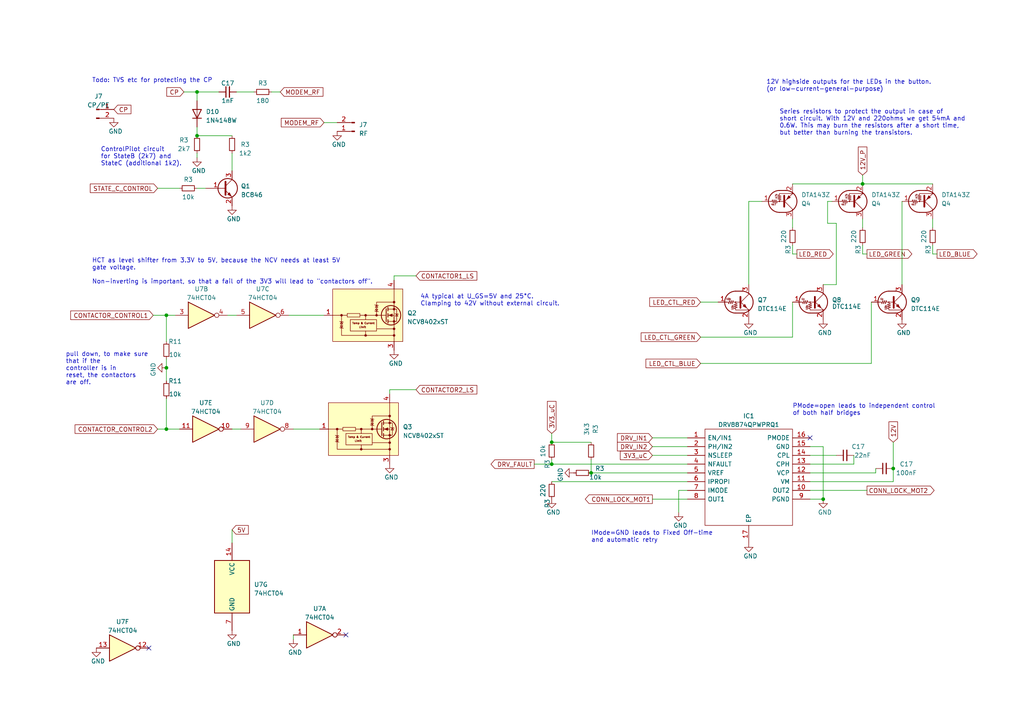
<source format=kicad_sch>
(kicad_sch (version 20230121) (generator eeschema)
  (paper "A4")
  (lib_symbols
    (symbol "74xx:74HCT04"
      (property "Reference" "U" (at 0 1.27 0))
      (property "Value" "74HCT04" (at 0 -1.27 0))
      (symbol "74HCT04_1_0"
        (polyline (pts (xy -3.81 3.81) (xy -3.81 -3.81) (xy 3.81 0) (xy -3.81 3.81)) (stroke (width 0.254)) (fill (type background)))
        (pin input line (at -7.62 0 0) (length 3.81) (name "~") (number "1"))
        (pin output inverted (at 7.62 0 180) (length 3.81) (name "~") (number "2"))
      )
      (symbol "74HCT04_2_0"
        (polyline (pts (xy -3.81 3.81) (xy -3.81 -3.81) (xy 3.81 0) (xy -3.81 3.81)) (stroke (width 0.254)) (fill (type background)))
        (pin input line (at -7.62 0 0) (length 3.81) (name "~") (number "3"))
        (pin output inverted (at 7.62 0 180) (length 3.81) (name "~") (number "4"))
      )
      (symbol "74HCT04_3_0"
        (polyline (pts (xy -3.81 3.81) (xy -3.81 -3.81) (xy 3.81 0) (xy -3.81 3.81)) (stroke (width 0.254)) (fill (type background)))
        (pin input line (at -7.62 0 0) (length 3.81) (name "~") (number "5"))
        (pin output inverted (at 7.62 0 180) (length 3.81) (name "~") (number "6"))
      )
      (symbol "74HCT04_4_0"
        (polyline (pts (xy -3.81 3.81) (xy -3.81 -3.81) (xy 3.81 0) (xy -3.81 3.81)) (stroke (width 0.254)) (fill (type background)))
        (pin output inverted (at 7.62 0 180) (length 3.81) (name "~") (number "8"))
        (pin input line (at -7.62 0 0) (length 3.81) (name "~") (number "9"))
      )
      (symbol "74HCT04_5_0"
        (polyline (pts (xy -3.81 3.81) (xy -3.81 -3.81) (xy 3.81 0) (xy -3.81 3.81)) (stroke (width 0.254)) (fill (type background)))
        (pin output inverted (at 7.62 0 180) (length 3.81) (name "~") (number "10"))
        (pin input line (at -7.62 0 0) (length 3.81) (name "~") (number "11"))
      )
      (symbol "74HCT04_6_0"
        (polyline (pts (xy -3.81 3.81) (xy -3.81 -3.81) (xy 3.81 0) (xy -3.81 3.81)) (stroke (width 0.254)) (fill (type background)))
        (pin output inverted (at 7.62 0 180) (length 3.81) (name "~") (number "12"))
        (pin input line (at -7.62 0 0) (length 3.81) (name "~") (number "13"))
      )
      (symbol "74HCT04_7_0"
        (pin power_in line (at 0 12.7 270) (length 5.08) (name "VCC") (number "14"))
        (pin power_in line (at 0 -12.7 90) (length 5.08) (name "GND") (number "7"))
      )
      (symbol "74HCT04_7_1"
        (rectangle (start -5.08 7.62) (end 5.08 -7.62) (stroke (width 0.254)) (fill (type background)))
      )
    )
    (symbol "Connector:Conn_01x02_Pin" (pin_names (offset 1.016) hide)
      (property "Reference" "J" (at 0 2.54 0))
      (property "Value" "Conn_01x02_Pin" (at 0 -5.08 0))
      (symbol "Conn_01x02_Pin_1_1"
        (polyline (pts (xy 1.27 -2.54) (xy 0.8636 -2.54)) (stroke (width 0.1524)))
        (polyline (pts (xy 1.27 0) (xy 0.8636 0)) (stroke (width 0.1524)))
        (rectangle (start 0.8636 -2.413) (end 0 -2.667) (stroke (width 0.1524)) (fill (type outline)))
        (rectangle (start 0.8636 0.127) (end 0 -0.127) (stroke (width 0.1524)) (fill (type outline)))
        (pin passive line (at 5.08 0 180) (length 3.81) (name "Pin_1") (number "1"))
        (pin passive line (at 5.08 -2.54 180) (length 3.81) (name "Pin_2") (number "2"))
      )
    )
    (symbol "DRV8874QPWPRQ1:DRV8874QPWPRQ1" (pin_names (offset 0.762))
      (property "Reference" "IC" (at 31.75 7.62 0))
      (property "Value" "DRV8874QPWPRQ1" (at 31.75 5.08 0))
      (symbol "DRV8874QPWPRQ1_0_0"
        (pin passive line (at 0 0 0) (length 5.08) (name "EN/IN1") (number "1"))
        (pin passive line (at 35.56 -15.24 180) (length 5.08) (name "OUT2") (number "10"))
        (pin passive line (at 35.56 -12.7 180) (length 5.08) (name "VM") (number "11"))
        (pin passive line (at 35.56 -10.16 180) (length 5.08) (name "VCP") (number "12"))
        (pin passive line (at 35.56 -7.62 180) (length 5.08) (name "CPH") (number "13"))
        (pin passive line (at 35.56 -5.08 180) (length 5.08) (name "CPL") (number "14"))
        (pin passive line (at 35.56 -2.54 180) (length 5.08) (name "GND") (number "15"))
        (pin passive line (at 35.56 0 180) (length 5.08) (name "PMODE") (number "16"))
        (pin passive line (at 17.78 -30.48 90) (length 5.08) (name "EP") (number "17"))
        (pin passive line (at 0 -2.54 0) (length 5.08) (name "PH/IN2") (number "2"))
        (pin passive line (at 0 -5.08 0) (length 5.08) (name "NSLEEP") (number "3"))
        (pin passive line (at 0 -7.62 0) (length 5.08) (name "NFAULT") (number "4"))
        (pin passive line (at 0 -10.16 0) (length 5.08) (name "VREF") (number "5"))
        (pin passive line (at 0 -12.7 0) (length 5.08) (name "IPROPI") (number "6"))
        (pin passive line (at 0 -15.24 0) (length 5.08) (name "IMODE") (number "7"))
        (pin passive line (at 0 -17.78 0) (length 5.08) (name "OUT1") (number "8"))
        (pin passive line (at 35.56 -17.78 180) (length 5.08) (name "PGND") (number "9"))
      )
      (symbol "DRV8874QPWPRQ1_0_1"
        (polyline (pts (xy 5.08 2.54) (xy 30.48 2.54) (xy 30.48 -25.4) (xy 5.08 -25.4) (xy 5.08 2.54)) (stroke (width 0.1524)))
      )
    )
    (symbol "Device:C_Small" (pin_numbers hide) (pin_names (offset 0.254) hide)
      (property "Reference" "C" (at 0.254 1.778 0))
      (property "Value" "100nF" (at 0.254 -2.032 0))
      (symbol "C_Small_0_1"
        (polyline (pts (xy -1.524 -0.508) (xy 1.524 -0.508)) (stroke (width 0.3302)))
        (polyline (pts (xy -1.524 0.508) (xy 1.524 0.508)) (stroke (width 0.3048)))
      )
      (symbol "C_Small_1_1"
        (pin passive line (at 0 2.54 270) (length 2.032) (name "~") (number "1"))
        (pin passive line (at 0 -2.54 90) (length 2.032) (name "~") (number "2"))
      )
    )
    (symbol "Device:R_Small" (pin_numbers hide) (pin_names (offset 0.254) hide)
      (property "Reference" "R" (at 0.762 0.508 0))
      (property "Value" "R_Small" (at 0.762 -1.016 0))
      (symbol "R_Small_0_1"
        (rectangle (start -0.762 1.778) (end 0.762 -1.778) (stroke (width 0.2032)))
      )
      (symbol "R_Small_1_1"
        (pin passive line (at 0 2.54 270) (length 0.762) (name "~") (number "1"))
        (pin passive line (at 0 -2.54 90) (length 0.762) (name "~") (number "2"))
      )
    )
    (symbol "Diode:1N4148W" (pin_numbers hide) (pin_names hide)
      (property "Reference" "D" (at 0 2.54 0))
      (property "Value" "1N4148W" (at 0 -2.54 0))
      (symbol "1N4148W_0_1"
        (polyline (pts (xy -1.27 1.27) (xy -1.27 -1.27)) (stroke (width 0.254)))
        (polyline (pts (xy 1.27 0) (xy -1.27 0)))
        (polyline (pts (xy 1.27 1.27) (xy 1.27 -1.27) (xy -1.27 0) (xy 1.27 1.27)) (stroke (width 0.254)))
      )
      (symbol "1N4148W_1_1"
        (pin passive line (at -3.81 0 0) (length 2.54) (name "K") (number "1"))
        (pin passive line (at 3.81 0 180) (length 2.54) (name "A") (number "2"))
      )
    )
    (symbol "Driver_FET:NCV8402xST" (pin_names (offset 0) hide)
      (property "Reference" "Q" (at 5.08 8.89 0))
      (property "Value" "NCV8402xST" (at -11.43 8.89 0))
      (symbol "NCV8402xST_0_0"
        (rectangle (start -10.16 7.62) (end 10.16 -7.62) (fill (type background)))
        (rectangle (start -5.969 0.508) (end -2.286 -0.508))
        (polyline (pts (xy 7.62 2.54) (xy 7.62 -7.62)))
        (polyline (pts (xy 7.62 2.54) (xy 7.62 7.62)))
        (polyline (pts (xy -0.635 -1.27) (xy -0.635 -0.635) (xy -0.635 0)))
        (polyline (pts (xy 2.54 0) (xy -2.286 0) (xy -0.889 0)))
        (polyline (pts (xy 2.54 0) (xy 2.54 3.81) (xy 7.62 3.81)))
        (polyline (pts (xy 7.62 -5.842) (xy -0.635 -5.842) (xy -0.635 -4.572)))
        (polyline (pts (xy -0.635 -5.842) (xy -7.62 -5.842) (xy -7.62 0) (xy -6.096 0)))
        (text "Limit" (at -1.524 -3.429 0) (effects (font (size 0.5334 0.5334))))
        (text "Temp & Current" (at -1.27 -2.286 0) (effects (font (size 0.5334 0.5334))))
      )
      (symbol "NCV8402xST_0_1"
        (rectangle (start -5.08 -1.27) (end 2.54 -4.572))
        (polyline (pts (xy -7.62 0) (xy -10.16 0)))
        (polyline (pts (xy 7.62 -3.937) (xy 2.667 -3.937)))
      )
      (symbol "NCV8402xST_1_1"
        (circle (center -7.62 0) (radius 0.2794) (fill (type outline)))
        (circle (center -0.635 -5.842) (radius 0.2794) (fill (type outline)))
        (circle (center -0.635 0) (radius 0.2794) (fill (type outline)))
        (polyline (pts (xy 2.54 0) (xy 5.334 0)))
        (polyline (pts (xy 5.842 -1.778) (xy 7.62 -1.778)))
        (polyline (pts (xy 5.842 -1.27) (xy 5.842 -2.286)) (stroke (width 0.254)))
        (polyline (pts (xy 5.842 0) (xy 7.62 0)))
        (polyline (pts (xy 5.842 0.508) (xy 5.842 -0.508)) (stroke (width 0.254)))
        (polyline (pts (xy 5.842 1.778) (xy 7.62 1.778)))
        (polyline (pts (xy 5.842 2.286) (xy 5.842 1.27)) (stroke (width 0.254)))
        (polyline (pts (xy 7.62 -1.778) (xy 7.62 -2.54)))
        (polyline (pts (xy 7.62 -1.778) (xy 7.62 0)))
        (polyline (pts (xy 7.62 2.54) (xy 7.62 1.778)))
        (polyline (pts (xy 5.334 1.905) (xy 5.334 -1.905) (xy 5.334 -1.905)) (stroke (width 0.254)))
        (polyline (pts (xy -8.128 -1.778) (xy -8.001 -1.905) (xy -7.239 -1.905) (xy -7.112 -2.032)))
        (polyline (pts (xy -7.62 -3.683) (xy -7.239 -3.048) (xy -8.001 -3.048) (xy -7.62 -3.683)))
        (polyline (pts (xy -7.62 -1.905) (xy -8.001 -2.54) (xy -7.239 -2.54) (xy -7.62 -1.905)))
        (polyline (pts (xy -7.112 -3.81) (xy -7.239 -3.683) (xy -8.001 -3.683) (xy -8.128 -3.556)))
        (polyline (pts (xy 2.032 3.048) (xy 2.159 2.921) (xy 2.921 2.921) (xy 3.048 2.794)))
        (polyline (pts (xy 2.54 1.143) (xy 2.921 1.778) (xy 2.159 1.778) (xy 2.54 1.143)))
        (polyline (pts (xy 2.54 2.921) (xy 2.159 2.286) (xy 2.921 2.286) (xy 2.54 2.921)))
        (polyline (pts (xy 3.048 1.016) (xy 2.921 1.143) (xy 2.159 1.143) (xy 2.032 1.27)))
        (polyline (pts (xy 6.096 0) (xy 7.112 0.381) (xy 7.112 -0.381) (xy 6.096 0)) (fill (type outline)))
        (polyline (pts (xy 7.62 -1.778) (xy 8.382 -1.778) (xy 8.382 1.778) (xy 7.62 1.778)))
        (polyline (pts (xy 7.874 0.508) (xy 8.001 0.381) (xy 8.763 0.381) (xy 8.89 0.254)))
        (polyline (pts (xy 8.382 0.381) (xy 8.001 -0.254) (xy 8.763 -0.254) (xy 8.382 0.381)))
        (circle (center 2.54 0) (radius 0.2794) (fill (type outline)))
        (circle (center 6.731 0) (radius 2.8194) (stroke (width 0.254)))
        (circle (center 7.62 -5.842) (radius 0.2794) (fill (type outline)))
        (circle (center 7.62 -3.937) (radius 0.2794) (fill (type outline)))
        (circle (center 7.62 -1.778) (radius 0.2794) (fill (type outline)))
        (circle (center 7.62 1.778) (radius 0.2794) (fill (type outline)))
        (circle (center 7.62 3.81) (radius 0.2794) (fill (type outline)))
        (pin input line (at -12.7 0 0) (length 2.54) (name "G") (number "1"))
        (pin passive line (at 7.62 10.16 270) (length 2.54) hide (name "D") (number "2"))
        (pin passive line (at 7.62 -10.16 90) (length 2.54) (name "S") (number "3"))
        (pin passive line (at 7.62 10.16 270) (length 2.54) (name "D") (number "4"))
      )
    )
    (symbol "Transistor_BJT:BC846" (pin_names (offset 0) hide)
      (property "Reference" "Q" (at 5.08 1.905 0))
      (property "Value" "BC846" (at 5.08 0 0))
      (symbol "BC846_0_1"
        (polyline (pts (xy 0.635 0.635) (xy 2.54 2.54)))
        (polyline (pts (xy 0.635 -0.635) (xy 2.54 -2.54) (xy 2.54 -2.54)))
        (polyline (pts (xy 0.635 1.905) (xy 0.635 -1.905) (xy 0.635 -1.905)) (stroke (width 0.508)))
        (polyline (pts (xy 1.27 -1.778) (xy 1.778 -1.27) (xy 2.286 -2.286) (xy 1.27 -1.778) (xy 1.27 -1.778)) (fill (type outline)))
        (circle (center 1.27 0) (radius 2.8194) (stroke (width 0.254)))
      )
      (symbol "BC846_1_1"
        (pin input line (at -5.08 0 0) (length 5.715) (name "B") (number "1"))
        (pin passive line (at 2.54 -5.08 90) (length 2.54) (name "E") (number "2"))
        (pin passive line (at 2.54 5.08 270) (length 2.54) (name "C") (number "3"))
      )
    )
    (symbol "Transistor_BJT:DTA143Z" (pin_names (offset 0) hide)
      (property "Reference" "Q" (at 5.08 1.905 0))
      (property "Value" "DTA143Z" (at 5.08 0 0))
      (symbol "DTA143Z_0_0"
        (text "47k" (at -2.159 -1.524 900) (effects (font (size 0.508 0.508))))
        (text "4k7" (at -2.921 0.889 0) (effects (font (size 0.508 0.508))))
      )
      (symbol "DTA143Z_0_1"
        (circle (center -1.27 0) (radius 0.127))
        (arc (start -1.27 3.175) (mid -4.4312 0) (end -1.27 -3.175) (stroke (width 0.254)))
        (polyline (pts (xy -3.429 0) (xy -3.81 0)))
        (polyline (pts (xy -1.27 -3.175) (xy 0.635 -3.175)) (stroke (width 0.254)))
        (polyline (pts (xy -1.27 3.175) (xy 0.635 3.175)) (stroke (width 0.254)))
        (polyline (pts (xy 0 -0.254) (xy 2.54 2.286)))
        (polyline (pts (xy 0.127 1.524) (xy 0.127 -1.651)) (stroke (width 0.508)) (fill (type outline)))
        (polyline (pts (xy 2.54 2.286) (xy 2.54 2.54)))
        (polyline (pts (xy 2.54 -2.286) (xy 0 0.254) (xy 0 0.254)))
        (polyline (pts (xy 1.397 -1.651) (xy 1.905 -1.143) (xy 0.889 -0.635) (xy 1.397 -1.651)) (fill (type outline)))
        (polyline (pts (xy 0 0) (xy -1.905 0) (xy -2.032 0.508) (xy -2.286 -0.508) (xy -2.54 0.508) (xy -2.794 -0.508) (xy -3.048 0.508) (xy -3.302 -0.508) (xy -3.429 0)))
        (polyline (pts (xy -1.27 0) (xy -1.27 -0.381) (xy -0.762 -0.508) (xy -1.778 -0.762) (xy -0.762 -1.016) (xy -1.778 -1.27) (xy -0.762 -1.524) (xy -1.778 -1.778) (xy -1.27 -1.905) (xy -1.27 -2.286) (xy 2.54 -2.286)))
        (arc (start 0.635 -3.175) (mid 3.7962 0) (end 0.635 3.175) (stroke (width 0.254)))
        (circle (center 2.54 -2.286) (radius 0.127))
      )
      (symbol "DTA143Z_1_1"
        (pin input line (at -6.35 0 0) (length 2.54) (name "B") (number "1"))
        (pin passive line (at 2.54 -5.08 90) (length 2.54) (name "E") (number "2"))
        (pin passive line (at 2.54 5.08 270) (length 2.54) (name "C") (number "3"))
      )
    )
    (symbol "Transistor_BJT:DTC113Z" (pin_names (offset 0) hide)
      (property "Reference" "Q" (at 5.08 1.905 0))
      (property "Value" "DTC113Z" (at 5.08 0 0))
      (symbol "DTC113Z_0_0"
        (text "10k" (at -2.159 -1.524 900) (effects (font (size 0.508 0.508))))
        (text "1k" (at -3.302 0.889 0) (effects (font (size 0.508 0.508))))
      )
      (symbol "DTC113Z_0_1"
        (circle (center -1.27 0) (radius 0.127))
        (arc (start -1.27 3.175) (mid -4.4312 0) (end -1.27 -3.175) (stroke (width 0.254)))
        (polyline (pts (xy -3.429 0) (xy -3.81 0)))
        (polyline (pts (xy -1.27 -3.175) (xy 0.635 -3.175)) (stroke (width 0.254)))
        (polyline (pts (xy -1.27 3.175) (xy 0.635 3.175)) (stroke (width 0.254)))
        (polyline (pts (xy 0 -0.254) (xy 2.54 2.286)))
        (polyline (pts (xy 0.127 1.524) (xy 0.127 -1.651)) (stroke (width 0.508)) (fill (type outline)))
        (polyline (pts (xy 2.54 2.286) (xy 2.54 2.54)))
        (polyline (pts (xy 2.54 -2.286) (xy 0 0.254) (xy 0 0.254)))
        (polyline (pts (xy 0.889 -1.143) (xy 1.397 -0.635) (xy 1.905 -1.651) (xy 0.889 -1.143)) (fill (type outline)))
        (polyline (pts (xy 0 0) (xy -1.905 0) (xy -2.032 0.508) (xy -2.286 -0.508) (xy -2.54 0.508) (xy -2.794 -0.508) (xy -3.048 0.508) (xy -3.302 -0.508) (xy -3.429 0)))
        (polyline (pts (xy -1.27 0) (xy -1.27 -0.381) (xy -0.762 -0.508) (xy -1.778 -0.762) (xy -0.762 -1.016) (xy -1.778 -1.27) (xy -0.762 -1.524) (xy -1.778 -1.778) (xy -1.27 -1.905) (xy -1.27 -2.286) (xy 2.54 -2.286)))
        (arc (start 0.635 -3.175) (mid 3.7962 0) (end 0.635 3.175) (stroke (width 0.254)))
        (circle (center 2.54 -2.286) (radius 0.127))
      )
      (symbol "DTC113Z_1_1"
        (pin input line (at -6.35 0 0) (length 2.54) (name "B") (number "1"))
        (pin passive line (at 2.54 -5.08 90) (length 2.54) (name "E") (number "2"))
        (pin passive line (at 2.54 5.08 270) (length 2.54) (name "C") (number "3"))
      )
    )
    (symbol "Transistor_BJT:DTC114E" (pin_names (offset 0) hide)
      (property "Reference" "Q" (at 5.08 1.905 0))
      (property "Value" "DTC114E" (at 5.08 0 0))
      (symbol "DTC114E_0_0"
        (text "10k" (at -3.302 0.889 0) (effects (font (size 0.508 0.508))))
        (text "10k" (at -2.159 -1.524 900) (effects (font (size 0.508 0.508))))
      )
      (symbol "DTC114E_0_1"
        (circle (center -1.27 0) (radius 0.127))
        (arc (start -1.27 3.175) (mid -4.4312 0) (end -1.27 -3.175) (stroke (width 0.254)))
        (polyline (pts (xy -3.429 0) (xy -3.81 0)))
        (polyline (pts (xy -1.27 -3.175) (xy 0.635 -3.175)) (stroke (width 0.254)))
        (polyline (pts (xy -1.27 3.175) (xy 0.635 3.175)) (stroke (width 0.254)))
        (polyline (pts (xy 0 -0.254) (xy 2.54 2.286)))
        (polyline (pts (xy 0.127 1.524) (xy 0.127 -1.651)) (stroke (width 0.508)) (fill (type outline)))
        (polyline (pts (xy 2.54 2.286) (xy 2.54 2.54)))
        (polyline (pts (xy 2.54 -2.286) (xy 0 0.254) (xy 0 0.254)))
        (polyline (pts (xy 0.889 -1.143) (xy 1.397 -0.635) (xy 1.905 -1.651) (xy 0.889 -1.143)) (fill (type outline)))
        (polyline (pts (xy 0 0) (xy -1.905 0) (xy -2.032 0.508) (xy -2.286 -0.508) (xy -2.54 0.508) (xy -2.794 -0.508) (xy -3.048 0.508) (xy -3.302 -0.508) (xy -3.429 0)))
        (polyline (pts (xy -1.27 0) (xy -1.27 -0.381) (xy -0.762 -0.508) (xy -1.778 -0.762) (xy -0.762 -1.016) (xy -1.778 -1.27) (xy -0.762 -1.524) (xy -1.778 -1.778) (xy -1.27 -1.905) (xy -1.27 -2.286) (xy 2.54 -2.286)))
        (arc (start 0.635 -3.175) (mid 3.7962 0) (end 0.635 3.175) (stroke (width 0.254)))
        (circle (center 2.54 -2.286) (radius 0.127))
      )
      (symbol "DTC114E_1_1"
        (pin input line (at -6.35 0 0) (length 2.54) (name "B") (number "1"))
        (pin passive line (at 2.54 -5.08 90) (length 2.54) (name "E") (number "2"))
        (pin passive line (at 2.54 5.08 270) (length 2.54) (name "C") (number "3"))
      )
    )
    (symbol "power:GND" (power) (pin_names (offset 0))
      (property "Value" "GND" (at 0 -3.81 0))
      (symbol "GND_0_1"
        (polyline (pts (xy 0 0) (xy 0 -1.27) (xy 1.27 -1.27) (xy 0 -2.54) (xy -1.27 -1.27) (xy 0 -1.27)))
      )
      (symbol "GND_1_1"
        (pin power_in line (at 0 0 270) (length 0) hide (name "GND") (number "1"))
      )
    )
  )
  (junction (at 48.26 106.68))
  (junction (at 160.02 128.27))
  (junction (at 48.26 124.46))
  (junction (at 171.45 137.16))
  (junction (at 57.15 26.67))
  (junction (at 259.08 135.89))
  (junction (at 250.19 53.34))
  (junction (at 160.02 134.62))
  (junction (at 48.26 91.44))
  (junction (at 57.15 39.37))
  (junction (at 238.76 144.78))
  (no_connect (at 100.33 184.15))
  (no_connect (at 43.18 187.96))
  (no_connect (at 234.95 127))
  (wire (pts (xy 238.76 129.54) (xy 238.76 144.78)))
  (wire (pts (xy 250.19 53.34) (xy 270.51 53.34)))
  (wire (pts (xy 259.08 139.7) (xy 259.08 135.89)))
  (wire (pts (xy 120.65 113.03) (xy 113.03 113.03)))
  (wire (pts (xy 57.15 26.67) (xy 63.5 26.67)))
  (wire (pts (xy 48.26 91.44) (xy 50.8 91.44)))
  (wire (pts (xy 189.23 132.08) (xy 199.39 132.08)))
  (wire (pts (xy 242.57 64.77) (xy 240.03 64.77)))
  (wire (pts (xy 259.08 128.27) (xy 259.08 135.89)))
  (wire (pts (xy 203.2 97.79) (xy 229.87 97.79)))
  (wire (pts (xy 171.45 133.35) (xy 171.45 137.16)))
  (wire (pts (xy 48.26 91.44) (xy 48.26 99.06)))
  (wire (pts (xy 160.02 134.62) (xy 160.02 133.35)))
  (wire (pts (xy 238.76 82.55) (xy 242.57 82.55)))
  (wire (pts (xy 57.15 45.72) (xy 57.15 44.45)))
  (wire (pts (xy 85.09 184.15) (xy 85.09 185.42)))
  (wire (pts (xy 229.87 73.66) (xy 231.14 73.66)))
  (wire (pts (xy 160.02 125.73) (xy 160.02 128.27)))
  (wire (pts (xy 240.03 58.42) (xy 241.3 58.42)))
  (wire (pts (xy 189.23 129.54) (xy 199.39 129.54)))
  (wire (pts (xy 120.65 80.01) (xy 114.3 80.01)))
  (wire (pts (xy 250.19 73.66) (xy 250.19 71.12)))
  (wire (pts (xy 160.02 139.7) (xy 199.39 139.7)))
  (wire (pts (xy 234.95 132.08) (xy 242.57 132.08)))
  (wire (pts (xy 85.09 124.46) (xy 92.71 124.46)))
  (wire (pts (xy 217.17 58.42) (xy 217.17 82.55)))
  (wire (pts (xy 234.95 134.62) (xy 247.65 134.62)))
  (wire (pts (xy 44.45 91.44) (xy 48.26 91.44)))
  (wire (pts (xy 229.87 71.12) (xy 229.87 73.66)))
  (wire (pts (xy 83.82 91.44) (xy 93.98 91.44)))
  (wire (pts (xy 250.19 50.8) (xy 250.19 53.34)))
  (wire (pts (xy 270.51 71.12) (xy 270.51 73.66)))
  (wire (pts (xy 78.74 26.67) (xy 81.28 26.67)))
  (wire (pts (xy 113.03 113.03) (xy 113.03 114.3)))
  (wire (pts (xy 234.95 137.16) (xy 254 137.16)))
  (wire (pts (xy 66.04 91.44) (xy 68.58 91.44)))
  (wire (pts (xy 68.58 26.67) (xy 73.66 26.67)))
  (wire (pts (xy 229.87 63.5) (xy 229.87 66.04)))
  (wire (pts (xy 261.62 58.42) (xy 261.62 82.55)))
  (wire (pts (xy 242.57 64.77) (xy 242.57 82.55)))
  (wire (pts (xy 154.94 134.62) (xy 160.02 134.62)))
  (wire (pts (xy 254 137.16) (xy 254 135.89)))
  (wire (pts (xy 189.23 127) (xy 199.39 127)))
  (wire (pts (xy 67.31 153.67) (xy 67.31 157.48)))
  (wire (pts (xy 234.95 142.24) (xy 251.46 142.24)))
  (wire (pts (xy 229.87 97.79) (xy 229.87 87.63)))
  (wire (pts (xy 234.95 129.54) (xy 238.76 129.54)))
  (wire (pts (xy 203.2 87.63) (xy 208.28 87.63)))
  (wire (pts (xy 67.31 124.46) (xy 69.85 124.46)))
  (wire (pts (xy 270.51 73.66) (xy 271.78 73.66)))
  (wire (pts (xy 252.73 105.41) (xy 252.73 87.63)))
  (wire (pts (xy 114.3 80.01) (xy 114.3 81.28)))
  (wire (pts (xy 48.26 104.14) (xy 48.26 106.68)))
  (wire (pts (xy 53.34 26.67) (xy 57.15 26.67)))
  (wire (pts (xy 57.15 39.37) (xy 67.31 39.37)))
  (wire (pts (xy 48.26 115.57) (xy 48.26 124.46)))
  (wire (pts (xy 57.15 36.83) (xy 57.15 39.37)))
  (wire (pts (xy 234.95 139.7) (xy 259.08 139.7)))
  (wire (pts (xy 160.02 128.27) (xy 171.45 128.27)))
  (wire (pts (xy 229.87 53.34) (xy 250.19 53.34)))
  (wire (pts (xy 220.98 58.42) (xy 217.17 58.42)))
  (wire (pts (xy 57.15 26.67) (xy 57.15 29.21)))
  (wire (pts (xy 270.51 63.5) (xy 270.51 66.04)))
  (wire (pts (xy 189.23 144.78) (xy 199.39 144.78)))
  (wire (pts (xy 199.39 134.62) (xy 160.02 134.62)))
  (wire (pts (xy 196.85 142.24) (xy 196.85 148.59)))
  (wire (pts (xy 240.03 64.77) (xy 240.03 58.42)))
  (wire (pts (xy 203.2 105.41) (xy 252.73 105.41)))
  (wire (pts (xy 250.19 63.5) (xy 250.19 66.04)))
  (wire (pts (xy 67.31 44.45) (xy 67.31 49.53)))
  (wire (pts (xy 45.72 124.46) (xy 48.26 124.46)))
  (wire (pts (xy 251.46 73.66) (xy 250.19 73.66)))
  (wire (pts (xy 93.98 35.56) (xy 97.79 35.56)))
  (wire (pts (xy 45.72 54.61) (xy 52.07 54.61)))
  (wire (pts (xy 48.26 124.46) (xy 52.07 124.46)))
  (wire (pts (xy 57.15 54.61) (xy 59.69 54.61)))
  (wire (pts (xy 171.45 137.16) (xy 199.39 137.16)))
  (wire (pts (xy 199.39 142.24) (xy 196.85 142.24)))
  (wire (pts (xy 48.26 106.68) (xy 48.26 110.49)))
  (wire (pts (xy 247.65 134.62) (xy 247.65 132.08)))
  (wire (pts (xy 234.95 144.78) (xy 238.76 144.78)))
  (text "IMode=GND leads to Fixed Off-time\nand automatic retry" (at 171.45 157.48 0) (effects (font (size 1.27 1.27)) (justify left bottom)))
  (text "HCT as level shifter from 3.3V to 5V, because the NCV needs at least 5V\ngate voltage.\n\nNon-inverting is important, so that a fail of the 3V3 will lead to \"contactors off\"." (at 26.67 82.55 0) (effects (font (size 1.27 1.27)) (justify left bottom)))
  (text "Todo: TVS etc for protecting the CP" (at 26.67 24.13 0) (effects (font (size 1.27 1.27)) (justify left bottom)))
  (text "12V highside outputs for the LEDs in the button.\n(or low-current-general-purpose)" (at 222.25 26.67 0) (effects (font (size 1.27 1.27)) (justify left bottom)))
  (text "ControlPilot circuit\nfor StateB (2k7) and\nStateC (additional 1k2)." (at 29.21 48.26 0) (effects (font (size 1.27 1.27)) (justify left bottom)))
  (text "pull down, to make sure\nthat if the\ncontroller is in \nreset, the contactors\nare off." (at 19.05 111.76 0) (effects (font (size 1.27 1.27)) (justify left bottom)))
  (text "PMode=open leads to independent control\nof both half bridges" (at 229.87 120.65 0) (effects (font (size 1.27 1.27)) (justify left bottom)))
  (text "4A typical at U_GS=5V and 25°C.\nClamping to 42V without external circuit." (at 121.92 88.9 0) (effects (font (size 1.27 1.27)) (justify left bottom)))
  (text "Series resistors to protect the output in case of\nshort circuit. With 12V and 220ohms we get 54mA and\n0.6W. This may burn the resistors after a short time,\nbut better than burning the transistors.\n" (at 226.06 39.37 0) (effects (font (size 1.27 1.27)) (justify left bottom)))
  (global_label "CONN_LOCK_MOT1" (shape output) (at 189.23 144.78 180) (property "Intersheetrefs" "${INTERSHEET_REFS}" (effects hide)))
  (global_label "5V" (shape input) (at 67.31 153.67 0) (property "Intersheetrefs" "${INTERSHEET_REFS}" (effects hide)))
  (global_label "3V3_uC" (shape input) (at 160.02 125.73 90) (property "Intersheetrefs" "${INTERSHEET_REFS}" (effects hide)))
  (global_label "3V3_uC" (shape input) (at 189.23 132.08 180) (property "Intersheetrefs" "${INTERSHEET_REFS}" (effects hide)))
  (global_label "DRV_IN2" (shape input) (at 189.23 129.54 180) (property "Intersheetrefs" "${INTERSHEET_REFS}" (effects hide)))
  (global_label "CONN_LOCK_MOT2" (shape output) (at 251.46 142.24 0) (property "Intersheetrefs" "${INTERSHEET_REFS}" (effects hide)))
  (global_label "12V_P" (shape input) (at 250.19 50.8 90) (property "Intersheetrefs" "${INTERSHEET_REFS}" (effects hide)))
  (global_label "LED_CTL_BLUE" (shape input) (at 203.2 105.41 180) (property "Intersheetrefs" "${INTERSHEET_REFS}" (effects hide)))
  (global_label "CONTACTOR2_LS" (shape input) (at 120.65 113.03 0) (property "Intersheetrefs" "${INTERSHEET_REFS}" (effects hide)))
  (global_label "LED_CTL_GREEN" (shape input) (at 203.2 97.79 180) (property "Intersheetrefs" "${INTERSHEET_REFS}" (effects hide)))
  (global_label "DRV_IN1" (shape input) (at 189.23 127 180) (property "Intersheetrefs" "${INTERSHEET_REFS}" (effects hide)))
  (global_label "LED_RED" (shape output) (at 231.14 73.66 0) (property "Intersheetrefs" "${INTERSHEET_REFS}" (effects hide)))
  (global_label "CONTACTOR_CONTROL2" (shape input) (at 45.72 124.46 180) (property "Intersheetrefs" "${INTERSHEET_REFS}" (effects hide)))
  (global_label "CONTACTOR_CONTROL1" (shape input) (at 44.45 91.44 180) (property "Intersheetrefs" "${INTERSHEET_REFS}" (effects hide)))
  (global_label "LED_BLUE" (shape output) (at 271.78 73.66 0) (property "Intersheetrefs" "${INTERSHEET_REFS}" (effects hide)))
  (global_label "CP" (shape input) (at 33.02 31.75 0) (property "Intersheetrefs" "${INTERSHEET_REFS}" (effects hide)))
  (global_label "CONTACTOR1_LS" (shape input) (at 120.65 80.01 0) (property "Intersheetrefs" "${INTERSHEET_REFS}" (effects hide)))
  (global_label "STATE_C_CONTROL" (shape input) (at 45.72 54.61 180) (property "Intersheetrefs" "${INTERSHEET_REFS}" (effects hide)))
  (global_label "DRV_FAULT" (shape output) (at 154.94 134.62 180) (property "Intersheetrefs" "${INTERSHEET_REFS}" (effects hide)))
  (global_label "MODEM_RF" (shape input) (at 81.28 26.67 0) (property "Intersheetrefs" "${INTERSHEET_REFS}" (effects hide)))
  (global_label "12V" (shape input) (at 259.08 128.27 90) (property "Intersheetrefs" "${INTERSHEET_REFS}" (effects hide)))
  (global_label "CP" (shape input) (at 53.34 26.67 180) (property "Intersheetrefs" "${INTERSHEET_REFS}" (effects hide)))
  (global_label "MODEM_RF" (shape input) (at 93.98 35.56 180) (property "Intersheetrefs" "${INTERSHEET_REFS}" (effects hide)))
  (global_label "LED_GREEN" (shape output) (at 251.46 73.66 0) (property "Intersheetrefs" "${INTERSHEET_REFS}" (effects hide)))
  (global_label "LED_CTL_RED" (shape input) (at 203.2 87.63 180) (property "Intersheetrefs" "${INTERSHEET_REFS}" (effects hide)))
  (symbol (lib_id "74xx:74HCT04") (at 77.47 124.46 0) (unit 4)
    (property "Reference" "U7" (at 77.47 116.84 0))
    (property "Value" "74HCT04" (at 77.47 119.38 0))
    (property "Footprint" "Package_SO:SO-14_3.9x8.65mm_P1.27mm" (effects hide))
    (property "Datasheet" "https://assets.nexperia.com/documents/data-sheet/74HC_HCT04.pdf" (effects hide))
  )
  (symbol (lib_id "Connector:Conn_01x02_Pin") (at 102.87 38.1 180) (unit 1)
    (property "Reference" "J7" (at 104.14 36.195 0) (effects (justify right)))
    (property "Value" "RF" (at 104.14 38.735 0) (effects (justify right)))
    (property "Footprint" "Connector_PinHeader_2.54mm:PinHeader_1x02_P2.54mm_Vertical" (effects hide))
  )
  (symbol (lib_id "power:GND") (at 97.79 38.1 0) (unit 1)
    (property "Reference" "#PWR048" (effects hide))
    (property "Value" "GND" (at 100.33 41.91 0) (effects (justify right)))
    (instances (project "qca7000" (path "" (reference "#PWR048") (unit 1)) (path "" (reference "#PWR075") (unit 1)) (path "" (reference "#PWR074") (unit 1))))
  )
  (symbol (lib_id "74xx:74HCT04") (at 92.71 184.15 0) (unit 1)
    (property "Reference" "U7" (at 92.71 176.53 0))
    (property "Value" "74HCT04" (at 92.71 179.07 0))
    (property "Footprint" "Package_SO:SO-14_3.9x8.65mm_P1.27mm" (effects hide))
    (property "Datasheet" "https://assets.nexperia.com/documents/data-sheet/74HC_HCT04.pdf" (effects hide))
  )
  (symbol (lib_id "power:GND") (at 238.76 144.78 0) (unit 1)
    (property "Reference" "#PWR048" (effects hide))
    (property "Value" "GND" (at 241.3 148.59 0) (effects (justify right)))
    (instances (project "qca7000" (path "" (reference "#PWR048") (unit 1)) (path "" (reference "#PWR069") (unit 1)) (path "" (reference "#PWR059") (unit 1))))
  )
  (symbol (lib_id "74xx:74HCT04") (at 67.31 170.18 0) (unit 7)
    (property "Reference" "U7" (at 73.66 169.545 0) (effects (justify left)))
    (property "Value" "74HCT04" (at 73.66 172.085 0) (effects (justify left)))
    (property "Footprint" "Package_SO:SO-14_3.9x8.65mm_P1.27mm" (effects hide))
    (property "Datasheet" "https://assets.nexperia.com/documents/data-sheet/74HC_HCT04.pdf" (effects hide))
  )
  (symbol (lib_id "power:GND") (at 85.09 185.42 0) (unit 1)
    (property "Reference" "#PWR048" (effects hide))
    (property "Value" "GND" (at 87.63 189.23 0) (effects (justify right)))
    (instances (project "qca7000" (path "" (reference "#PWR048") (unit 1)) (path "" (reference "#PWR069") (unit 1)) (path "" (reference "#PWR080") (unit 1))))
  )
  (symbol (lib_id "Transistor_BJT:DTC114E") (at 214.63 87.63 0) (unit 1)
    (property "Reference" "Q7" (at 219.71 86.995 0) (effects (justify left)))
    (property "Value" "DTC114E" (at 219.71 89.535 0) (effects (justify left)))
    (property "Footprint" "Package_TO_SOT_SMD:SOT-23" (effects hide))
  )
  (symbol (lib_id "Device:R_Small") (at 67.31 41.91 180) (unit 1)
    (property "Reference" "R3" (at 71.12 41.91 0))
    (property "Value" "1k2" (at 71.12 44.45 0))
    (property "Footprint" "Resistor_SMD:R_1206_3216Metric_Pad1.30x1.75mm_HandSolder" (effects hide))
    (property "Datasheet" "https://datasheet.lcsc.com/lcsc/1811101920_UNI-ROYAL-Uniroyal-Elec-0603WAF3301T5E_C22978.pdf" (effects hide))
    (property "LCSC" "C22978" (effects hide))
    (instances (project "qca7000" (path "" (reference "R3") (unit 1)) (path "" (reference "R22") (unit 1)) (path "" (reference "R27") (unit 1))))
  )
  (symbol (lib_id "74xx:74HCT04") (at 35.56 187.96 0) (unit 6)
    (property "Reference" "U7" (at 35.56 180.34 0))
    (property "Value" "74HCT04" (at 35.56 182.88 0))
    (property "Footprint" "Package_SO:SO-14_3.9x8.65mm_P1.27mm" (effects hide))
    (property "Datasheet" "https://assets.nexperia.com/documents/data-sheet/74HC_HCT04.pdf" (effects hide))
  )
  (symbol (lib_id "Device:R_Small") (at 57.15 41.91 180) (unit 1)
    (property "Reference" "R3" (at 53.34 40.64 0))
    (property "Value" "2k7" (at 53.34 43.18 0))
    (property "Footprint" "Resistor_SMD:R_1206_3216Metric_Pad1.30x1.75mm_HandSolder" (effects hide))
    (property "Datasheet" "https://datasheet.lcsc.com/lcsc/1811101920_UNI-ROYAL-Uniroyal-Elec-0603WAF3301T5E_C22978.pdf" (effects hide))
    (property "LCSC" "C22978" (effects hide))
    (instances (project "qca7000" (path "" (reference "R3") (unit 1)) (path "" (reference "R21") (unit 1)) (path "" (reference "R26") (unit 1))))
  )
  (symbol (lib_id "DRV8874QPWPRQ1:DRV8874QPWPRQ1") (at 199.39 127 0) (unit 1)
    (property "Reference" "IC1" (at 217.17 120.65 0))
    (property "Value" "DRV8874QPWPRQ1" (at 217.17 123.19 0))
    (property "Footprint" "SOP65P640X120-17N" (effects hide))
    (property "Datasheet" "https://www.ti.com/lit/gpn/drv8874-q1?HQS=ti-null-null-sf-df-pf-sep-wwe&DCM=yes" (effects hide))
    (property "Description" "Motor Drives Automotive 38-V, 6-A, H-bridge motor driver with integrated current sensing & current sense feedback" (effects hide))
    (property "Height" "1.2" (effects hide))
    (property "Mouser Part Number" "595-DRV8874QPWPRQ1" (effects hide))
    (property "Mouser Price/Stock" "https://www.mouser.co.uk/ProductDetail/Texas-Instruments/DRV8874QPWPRQ1?qs=mAH9sUMRCttZUT1myh3Itg%3D%3D" (effects hide))
    (property "Manufacturer_Name" "Texas Instruments" (effects hide))
    (property "Manufacturer_Part_Number" "DRV8874QPWPRQ1" (effects hide))
  )
  (symbol (lib_id "Device:C_Small") (at 66.04 26.67 90) (unit 1)
    (property "Reference" "C17" (at 66.04 24.13 90))
    (property "Value" "1nF" (at 66.04 29.21 90))
    (property "Footprint" "Capacitor_SMD:C_0805_2012Metric_Pad1.18x1.45mm_HandSolder" (effects hide))
    (property "Datasheet" "https://datasheet.lcsc.com/lcsc/1811061822_FH-Guangdong-Fenghua-Advanced-Tech-0603CG6R8C500NT_C1679.pdf" (effects hide))
    (property "LCSC" "C1679" (effects hide))
    (instances (project "qca7000" (path "" (reference "C17") (unit 1)) (path "" (reference "C76") (unit 1)) (path "" (reference "C76") (unit 1))))
  )
  (symbol (lib_id "Device:R_Small") (at 48.26 113.03 0) (unit 1)
    (property "Reference" "R11" (at 50.8 110.49 0))
    (property "Value" "10k" (at 50.8 114.3 0))
    (property "Footprint" "Resistor_SMD:R_1206_3216Metric_Pad1.30x1.75mm_HandSolder" (effects hide))
    (property "LCSC" "C25804" (effects hide))
    (instances (project "qca7000" (path "" (reference "R11") (unit 1)) (path "" (reference "R11") (unit 1)) (path "" (reference "R30") (unit 1))))
  )
  (symbol (lib_id "Transistor_BJT:DTC113Z") (at 236.22 87.63 0) (unit 1)
    (property "Reference" "Q8" (at 241.3 86.995 0) (effects (justify left)))
    (property "Value" "DTC114E" (at 241.3 88.9 0) (effects (justify left)))
    (property "Footprint" "Package_TO_SOT_SMD:SOT-23" (effects hide))
  )
  (symbol (lib_id "Device:R_Small") (at 171.45 130.81 180) (unit 1)
    (property "Reference" "R3" (at 172.72 124.46 90))
    (property "Value" "3k3" (at 170.18 124.46 90))
    (property "Footprint" "Resistor_SMD:R_1206_3216Metric_Pad1.30x1.75mm_HandSolder" (effects hide))
    (property "Datasheet" "https://datasheet.lcsc.com/lcsc/1811101920_UNI-ROYAL-Uniroyal-Elec-0603WAF3301T5E_C22978.pdf" (effects hide))
    (property "LCSC" "todo" (effects hide))
    (instances (project "qca7000" (path "" (reference "R3") (unit 1)) (path "" (reference "R21") (unit 1)) (path "" (reference "R50") (unit 1))))
  )
  (symbol (lib_id "Transistor_BJT:DTA143Z") (at 227.33 58.42 0) (mirror x) (unit 1)
    (property "Reference" "Q4" (at 232.41 59.055 0) (effects (justify left)))
    (property "Value" "DTA143Z" (at 232.41 56.515 0) (effects (justify left)))
    (property "Footprint" "Package_TO_SOT_SMD:SOT-23" (effects hide))
  )
  (symbol (lib_id "power:GND") (at 160.02 144.78 0) (unit 1)
    (property "Reference" "#PWR048" (effects hide))
    (property "Value" "GND" (at 162.56 148.59 0) (effects (justify right)))
    (instances (project "qca7000" (path "" (reference "#PWR048") (unit 1)) (path "" (reference "#PWR069") (unit 1)) (path "" (reference "#PWR067") (unit 1))))
  )
  (symbol (lib_id "Device:R_Small") (at 160.02 142.24 180) (unit 1)
    (property "Reference" "R3" (at 158.75 146.05 90))
    (property "Value" "220" (at 157.48 142.24 90))
    (property "Footprint" "Resistor_SMD:R_1206_3216Metric_Pad1.30x1.75mm_HandSolder" (effects hide))
    (property "Datasheet" "https://datasheet.lcsc.com/lcsc/1811101920_UNI-ROYAL-Uniroyal-Elec-0603WAF3301T5E_C22978.pdf" (effects hide))
    (property "LCSC" "todo" (effects hide))
    (instances (project "qca7000" (path "" (reference "R3") (unit 1)) (path "" (reference "R21") (unit 1)) (path "" (reference "R48") (unit 1))))
  )
  (symbol (lib_id "Transistor_BJT:BC846") (at 64.77 54.61 0) (unit 1)
    (property "Reference" "Q1" (at 69.85 53.975 0) (effects (justify left)))
    (property "Value" "BC846" (at 69.85 56.515 0) (effects (justify left)))
    (property "Footprint" "Package_TO_SOT_SMD:SOT-23" (effects hide))
    (property "Datasheet" "https://assets.nexperia.com/documents/data-sheet/BC846_SER.pdf" (effects hide))
  )
  (symbol (lib_id "power:GND") (at 48.26 106.68 270) (unit 1)
    (property "Reference" "#PWR048" (effects hide))
    (property "Value" "GND" (at 44.45 109.22 0) (effects (justify right)))
    (instances (project "qca7000" (path "" (reference "#PWR048") (unit 1)) (path "" (reference "#PWR069") (unit 1)) (path "" (reference "#PWR091") (unit 1))))
  )
  (symbol (lib_id "power:GND") (at 27.94 187.96 0) (unit 1)
    (property "Reference" "#PWR048" (effects hide))
    (property "Value" "GND" (at 30.48 191.77 0) (effects (justify right)))
    (instances (project "qca7000" (path "" (reference "#PWR048") (unit 1)) (path "" (reference "#PWR069") (unit 1)) (path "" (reference "#PWR081") (unit 1))))
  )
  (symbol (lib_id "power:GND") (at 217.17 92.71 0) (unit 1)
    (property "Reference" "#PWR048" (effects hide))
    (property "Value" "GND" (at 219.71 96.52 0) (effects (justify right)))
    (instances (project "qca7000" (path "" (reference "#PWR048") (unit 1)) (path "" (reference "#PWR069") (unit 1)) (path "" (reference "#PWR035") (unit 1))))
  )
  (symbol (lib_id "Device:R_Small") (at 229.87 68.58 180) (unit 1)
    (property "Reference" "R3" (at 228.6 72.39 90))
    (property "Value" "220" (at 227.33 68.58 90))
    (property "Footprint" "Resistor_SMD:R_1206_3216Metric_Pad1.30x1.75mm_HandSolder" (effects hide))
    (property "Datasheet" "https://datasheet.lcsc.com/lcsc/1811101920_UNI-ROYAL-Uniroyal-Elec-0603WAF3301T5E_C22978.pdf" (effects hide))
    (property "LCSC" "todo" (effects hide))
    (instances (project "qca7000" (path "" (reference "R3") (unit 1)) (path "" (reference "R21") (unit 1)) (path "" (reference "R45") (unit 1))))
  )
  (symbol (lib_id "power:GND") (at 238.76 92.71 0) (unit 1)
    (property "Reference" "#PWR048" (effects hide))
    (property "Value" "GND" (at 241.3 96.52 0) (effects (justify right)))
    (instances (project "qca7000" (path "" (reference "#PWR048") (unit 1)) (path "" (reference "#PWR069") (unit 1)) (path "" (reference "#PWR011") (unit 1))))
  )
  (symbol (lib_id "Driver_FET:NCV8402xST") (at 106.68 91.44 0) (unit 1)
    (property "Reference" "Q2" (at 118.11 90.805 0) (effects (justify left)))
    (property "Value" "NCV8402xST" (at 118.11 93.345 0) (effects (justify left)))
    (property "Footprint" "Package_TO_SOT_SMD:SOT-223" (effects hide))
    (property "Datasheet" "https://www.onsemi.com/pub/Collateral/NCV8402-D.PDF" (effects hide))
  )
  (symbol (lib_id "Driver_FET:NCV8402xST") (at 105.41 124.46 0) (unit 1)
    (property "Reference" "Q3" (at 116.84 123.825 0) (effects (justify left)))
    (property "Value" "NCV8402xST" (at 116.84 126.365 0) (effects (justify left)))
    (property "Footprint" "Package_TO_SOT_SMD:SOT-223" (effects hide))
    (property "Datasheet" "https://www.onsemi.com/pub/Collateral/NCV8402-D.PDF" (effects hide))
  )
  (symbol (lib_id "power:GND") (at 196.85 148.59 0) (unit 1)
    (property "Reference" "#PWR048" (effects hide))
    (property "Value" "GND" (at 199.39 152.4 0) (effects (justify right)))
    (instances (project "qca7000" (path "" (reference "#PWR048") (unit 1)) (path "" (reference "#PWR069") (unit 1)) (path "" (reference "#PWR094") (unit 1))))
  )
  (symbol (lib_id "74xx:74HCT04") (at 59.69 124.46 0) (unit 5)
    (property "Reference" "U7" (at 59.69 116.84 0))
    (property "Value" "74HCT04" (at 59.69 119.38 0))
    (property "Footprint" "Package_SO:SO-14_3.9x8.65mm_P1.27mm" (effects hide))
    (property "Datasheet" "https://assets.nexperia.com/documents/data-sheet/74HC_HCT04.pdf" (effects hide))
  )
  (symbol (lib_id "Device:C_Small") (at 256.54 135.89 90) (unit 1)
    (property "Reference" "C17" (at 262.89 134.62 90))
    (property "Value" "100nF" (at 262.89 137.16 90))
    (property "Footprint" "Capacitor_SMD:C_0805_2012Metric_Pad1.18x1.45mm_HandSolder" (effects hide))
    (property "LCSC" "tbd" (effects hide))
    (instances (project "qca7000" (path "" (reference "C17") (unit 1)) (path "" (reference "C76") (unit 1)) (path "" (reference "C18") (unit 1))))
  )
  (symbol (lib_id "Transistor_BJT:DTC113Z") (at 259.08 87.63 0) (unit 1)
    (property "Reference" "Q9" (at 264.16 86.995 0) (effects (justify left)))
    (property "Value" "DTC114E" (at 264.16 89.535 0) (effects (justify left)))
    (property "Footprint" "Package_TO_SOT_SMD:SOT-23" (effects hide))
  )
  (symbol (lib_id "Device:R_Small") (at 168.91 137.16 90) (unit 1)
    (property "Reference" "R3" (at 173.99 135.89 90))
    (property "Value" "10k" (at 172.72 138.43 90))
    (property "Footprint" "Resistor_SMD:R_1206_3216Metric_Pad1.30x1.75mm_HandSolder" (effects hide))
    (property "Datasheet" "https://datasheet.lcsc.com/lcsc/1811101920_UNI-ROYAL-Uniroyal-Elec-0603WAF3301T5E_C22978.pdf" (effects hide))
    (property "LCSC" "todo" (effects hide))
    (instances (project "qca7000" (path "" (reference "R3") (unit 1)) (path "" (reference "R21") (unit 1)) (path "" (reference "R51") (unit 1))))
  )
  (symbol (lib_id "74xx:74HCT04") (at 76.2 91.44 0) (unit 3)
    (property "Reference" "U7" (at 76.2 83.82 0))
    (property "Value" "74HCT04" (at 76.2 86.36 0))
    (property "Footprint" "Package_SO:SO-14_3.9x8.65mm_P1.27mm" (effects hide))
    (property "Datasheet" "https://assets.nexperia.com/documents/data-sheet/74HC_HCT04.pdf" (effects hide))
  )
  (symbol (lib_id "Transistor_BJT:DTA143Z") (at 247.65 58.42 0) (mirror x) (unit 1)
    (property "Reference" "Q4" (at 252.73 59.055 0) (effects (justify left)))
    (property "Value" "DTA143Z" (at 252.73 56.515 0) (effects (justify left)))
    (property "Footprint" "Package_TO_SOT_SMD:SOT-23" (effects hide))
    (instances (project "qca7000" (path "" (reference "Q4") (unit 1)) (path "" (reference "Q5") (unit 1))))
  )
  (symbol (lib_id "power:GND") (at 166.37 137.16 270) (unit 1)
    (property "Reference" "#PWR048" (effects hide))
    (property "Value" "GND" (at 162.56 139.7 0) (effects (justify right)))
    (instances (project "qca7000" (path "" (reference "#PWR048") (unit 1)) (path "" (reference "#PWR069") (unit 1)) (path "" (reference "#PWR069") (unit 1))))
  )
  (symbol (lib_id "power:GND") (at 261.62 92.71 0) (unit 1)
    (property "Reference" "#PWR048" (effects hide))
    (property "Value" "GND" (at 264.16 96.52 0) (effects (justify right)))
    (instances (project "qca7000" (path "" (reference "#PWR048") (unit 1)) (path "" (reference "#PWR069") (unit 1)) (path "" (reference "#PWR08") (unit 1))))
  )
  (symbol (lib_id "Device:R_Small") (at 76.2 26.67 90) (unit 1)
    (property "Reference" "R3" (at 76.2 24.13 90))
    (property "Value" "180" (at 76.2 29.21 90))
    (property "Footprint" "Resistor_SMD:R_1206_3216Metric_Pad1.30x1.75mm_HandSolder" (effects hide))
    (property "Datasheet" "https://datasheet.lcsc.com/lcsc/1811101920_UNI-ROYAL-Uniroyal-Elec-0603WAF3301T5E_C22978.pdf" (effects hide))
    (property "LCSC" "C22978" (effects hide))
    (instances (project "qca7000" (path "" (reference "R3") (unit 1)) (path "" (reference "R28") (unit 1)) (path "" (reference "R25") (unit 1))))
  )
  (symbol (lib_id "power:GND") (at 57.15 45.72 0) (unit 1)
    (property "Reference" "#PWR048" (effects hide))
    (property "Value" "GND" (at 59.69 49.53 0) (effects (justify right)))
    (instances (project "qca7000" (path "" (reference "#PWR048") (unit 1)) (path "" (reference "#PWR070") (unit 1)) (path "" (reference "#PWR075") (unit 1))))
  )
  (symbol (lib_id "Device:R_Small") (at 250.19 68.58 180) (unit 1)
    (property "Reference" "R3" (at 248.92 72.39 90))
    (property "Value" "220" (at 247.65 68.58 90))
    (property "Footprint" "Resistor_SMD:R_1206_3216Metric_Pad1.30x1.75mm_HandSolder" (effects hide))
    (property "Datasheet" "https://datasheet.lcsc.com/lcsc/1811101920_UNI-ROYAL-Uniroyal-Elec-0603WAF3301T5E_C22978.pdf" (effects hide))
    (property "LCSC" "C22978" (effects hide))
    (instances (project "qca7000" (path "" (reference "R3") (unit 1)) (path "" (reference "R21") (unit 1)) (path "" (reference "R46") (unit 1))))
  )
  (symbol (lib_id "power:GND") (at 217.17 157.48 0) (unit 1)
    (property "Reference" "#PWR048" (effects hide))
    (property "Value" "GND" (at 219.71 161.29 0) (effects (justify right)))
    (instances (project "qca7000" (path "" (reference "#PWR048") (unit 1)) (path "" (reference "#PWR069") (unit 1)) (path "" (reference "#PWR066") (unit 1))))
  )
  (symbol (lib_id "power:GND") (at 114.3 101.6 0) (unit 1)
    (property "Reference" "#PWR048" (effects hide))
    (property "Value" "GND" (at 116.84 105.41 0) (effects (justify right)))
    (instances (project "qca7000" (path "" (reference "#PWR048") (unit 1)) (path "" (reference "#PWR069") (unit 1)) (path "" (reference "#PWR077") (unit 1))))
  )
  (symbol (lib_id "Diode:1N4148W") (at 57.15 33.02 90) (unit 1)
    (property "Reference" "D10" (at 59.69 32.385 90) (effects (justify right)))
    (property "Value" "1N4148W" (at 59.69 34.925 90) (effects (justify right)))
    (property "Footprint" "Diode_SMD:D_SOD-123" (effects hide))
    (property "Datasheet" "https://www.vishay.com/docs/85748/1n4148w.pdf" (effects hide))
    (property "Sim.Device" "D" (effects hide))
    (property "Sim.Pins" "1=K 2=A" (effects hide))
    (instances (project "qca7000" (path "" (reference "D10") (unit 1)) (path "" (reference "D14") (unit 1))))
  )
  (symbol (lib_id "power:GND") (at 67.31 182.88 0) (unit 1)
    (property "Reference" "#PWR048" (effects hide))
    (property "Value" "GND" (at 69.85 186.69 0) (effects (justify right)))
    (instances (project "qca7000" (path "" (reference "#PWR048") (unit 1)) (path "" (reference "#PWR069") (unit 1)) (path "" (reference "#PWR079") (unit 1))))
  )
  (symbol (lib_id "power:GND") (at 113.03 134.62 0) (unit 1)
    (property "Reference" "#PWR048" (effects hide))
    (property "Value" "GND" (at 115.57 138.43 0) (effects (justify right)))
    (instances (project "qca7000" (path "" (reference "#PWR048") (unit 1)) (path "" (reference "#PWR069") (unit 1)) (path "" (reference "#PWR078") (unit 1))))
  )
  (symbol (lib_id "power:GND") (at 33.02 34.29 0) (unit 1)
    (property "Reference" "#PWR048" (effects hide))
    (property "Value" "GND" (at 35.56 38.1 0) (effects (justify right)))
    (instances (project "qca7000" (path "" (reference "#PWR048") (unit 1)) (path "" (reference "#PWR070") (unit 1)) (path "" (reference "#PWR086") (unit 1))))
  )
  (symbol (lib_id "Transistor_BJT:DTA143Z") (at 267.97 58.42 0) (mirror x) (unit 1)
    (property "Reference" "Q4" (at 273.05 59.055 0) (effects (justify left)))
    (property "Value" "DTA143Z" (at 273.05 56.515 0) (effects (justify left)))
    (property "Footprint" "Package_TO_SOT_SMD:SOT-23" (effects hide))
    (instances (project "qca7000" (path "" (reference "Q4") (unit 1)) (path "" (reference "Q6") (unit 1))))
  )
  (symbol (lib_id "Device:R_Small") (at 270.51 68.58 180) (unit 1)
    (property "Reference" "R3" (at 269.24 72.39 90))
    (property "Value" "220" (at 267.97 68.58 90))
    (property "Footprint" "Resistor_SMD:R_1206_3216Metric_Pad1.30x1.75mm_HandSolder" (effects hide))
    (property "Datasheet" "https://datasheet.lcsc.com/lcsc/1811101920_UNI-ROYAL-Uniroyal-Elec-0603WAF3301T5E_C22978.pdf" (effects hide))
    (property "LCSC" "C22978" (effects hide))
    (instances (project "qca7000" (path "" (reference "R3") (unit 1)) (path "" (reference "R21") (unit 1)) (path "" (reference "R47") (unit 1))))
  )
  (symbol (lib_id "74xx:74HCT04") (at 58.42 91.44 0) (unit 2)
    (property "Reference" "U7" (at 58.42 83.82 0))
    (property "Value" "74HCT04" (at 58.42 86.36 0))
    (property "Footprint" "Package_SO:SO-14_3.9x8.65mm_P1.27mm" (effects hide))
    (property "Datasheet" "https://assets.nexperia.com/documents/data-sheet/74HC_HCT04.pdf" (effects hide))
  )
  (symbol (lib_id "Device:R_Small") (at 54.61 54.61 90) (unit 1)
    (property "Reference" "R3" (at 54.61 52.07 90))
    (property "Value" "10k" (at 54.61 57.15 90))
    (property "Footprint" "Resistor_SMD:R_1206_3216Metric_Pad1.30x1.75mm_HandSolder" (effects hide))
    (property "Datasheet" "https://datasheet.lcsc.com/lcsc/1811101920_UNI-ROYAL-Uniroyal-Elec-0603WAF3301T5E_C22978.pdf" (effects hide))
    (property "LCSC" "C22978" (effects hide))
    (instances (project "qca7000" (path "" (reference "R3") (unit 1)) (path "" (reference "R23") (unit 1)) (path "" (reference "R28") (unit 1))))
  )
  (symbol (lib_id "Connector:Conn_01x02_Pin") (at 27.94 31.75 0) (unit 1)
    (property "Reference" "J7" (at 28.575 27.94 0))
    (property "Value" "CP/PE" (at 28.575 30.48 0))
    (property "Footprint" "Connector_PinHeader_2.54mm:PinHeader_1x02_P2.54mm_Vertical" (effects hide))
    (instances (project "qca7000" (path "" (reference "J7") (unit 1)) (path "" (reference "J10") (unit 1))))
  )
  (symbol (lib_id "Device:R_Small") (at 160.02 130.81 180) (unit 1)
    (property "Reference" "R3" (at 158.75 134.62 90))
    (property "Value" "10k" (at 157.48 130.81 90))
    (property "Footprint" "Resistor_SMD:R_1206_3216Metric_Pad1.30x1.75mm_HandSolder" (effects hide))
    (property "Datasheet" "https://datasheet.lcsc.com/lcsc/1811101920_UNI-ROYAL-Uniroyal-Elec-0603WAF3301T5E_C22978.pdf" (effects hide))
    (property "LCSC" "todo" (effects hide))
    (instances (project "qca7000" (path "" (reference "R3") (unit 1)) (path "" (reference "R21") (unit 1)) (path "" (reference "R49") (unit 1))))
  )
  (symbol (lib_id "power:GND") (at 67.31 59.69 0) (unit 1)
    (property "Reference" "#PWR048" (effects hide))
    (property "Value" "GND" (at 69.85 63.5 0) (effects (justify right)))
    (instances (project "qca7000" (path "" (reference "#PWR048") (unit 1)) (path "" (reference "#PWR069") (unit 1)) (path "" (reference "#PWR076") (unit 1))))
  )
  (symbol (lib_id "Device:C_Small") (at 245.11 132.08 90) (unit 1)
    (property "Reference" "C17" (at 248.92 129.54 90))
    (property "Value" "22nF" (at 250.19 132.08 90))
    (property "Footprint" "Capacitor_SMD:C_0805_2012Metric_Pad1.18x1.45mm_HandSolder" (effects hide))
    (property "LCSC" "tbd" (effects hide))
    (instances (project "qca7000" (path "" (reference "C17") (unit 1)) (path "" (reference "C76") (unit 1)) (path "" (reference "C15") (unit 1))))
  )
  (symbol (lib_id "Device:R_Small") (at 48.26 101.6 0) (unit 1)
    (property "Reference" "R11" (at 50.8 99.06 0))
    (property "Value" "10k" (at 50.8 102.87 0))
    (property "Footprint" "Resistor_SMD:R_1206_3216Metric_Pad1.30x1.75mm_HandSolder" (effects hide))
    (property "LCSC" "C25804" (effects hide))
    (instances (project "qca7000" (path "" (reference "R11") (unit 1)) (path "" (reference "R11") (unit 1)) (path "" (reference "R29") (unit 1))))
  )
)
</source>
